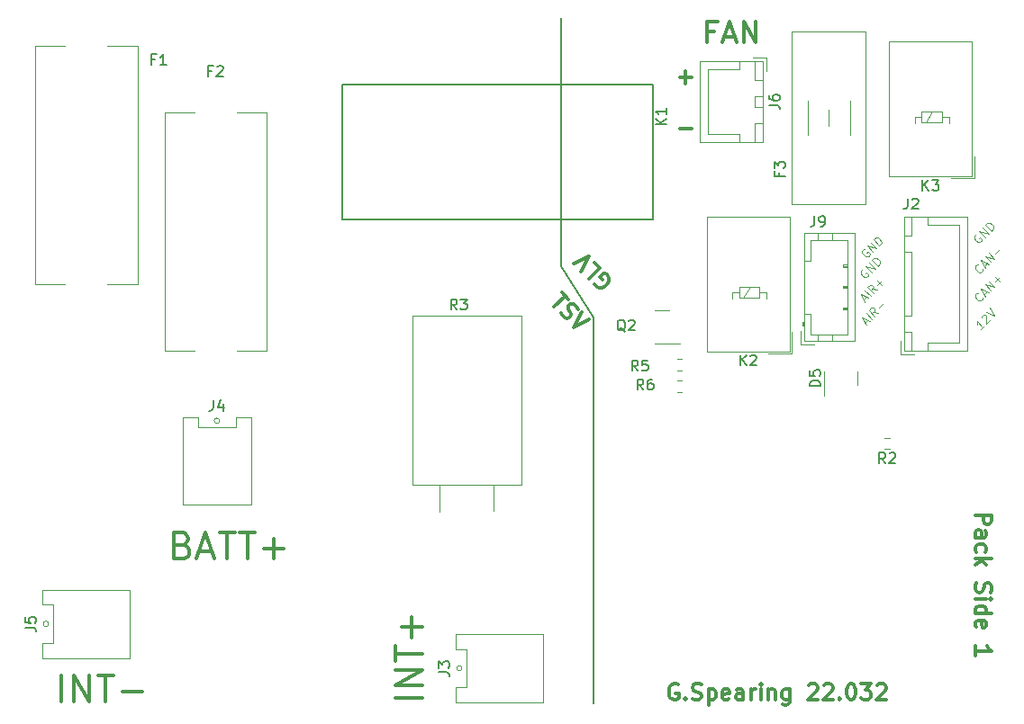
<source format=gbr>
%TF.GenerationSoftware,KiCad,Pcbnew,(6.0.1)*%
%TF.CreationDate,2022-02-14T12:04:18-05:00*%
%TF.ProjectId,pacman,7061636d-616e-42e6-9b69-6361645f7063,rev?*%
%TF.SameCoordinates,Original*%
%TF.FileFunction,Legend,Top*%
%TF.FilePolarity,Positive*%
%FSLAX46Y46*%
G04 Gerber Fmt 4.6, Leading zero omitted, Abs format (unit mm)*
G04 Created by KiCad (PCBNEW (6.0.1)) date 2022-02-14 12:04:18*
%MOMM*%
%LPD*%
G01*
G04 APERTURE LIST*
%ADD10C,0.150000*%
%ADD11C,0.100000*%
%ADD12C,0.300000*%
%ADD13C,0.120000*%
G04 APERTURE END LIST*
D10*
X161544000Y-73152000D02*
X161544000Y-49784000D01*
X164592000Y-77978000D02*
X164592000Y-114300000D01*
X164592000Y-77978000D02*
X161544000Y-73152000D01*
D11*
X201164189Y-76099871D02*
X201164189Y-76153746D01*
X201110314Y-76261496D01*
X201056439Y-76315370D01*
X200948690Y-76369245D01*
X200840940Y-76369245D01*
X200760128Y-76342308D01*
X200625441Y-76261496D01*
X200544629Y-76180683D01*
X200463816Y-76045996D01*
X200436879Y-75965184D01*
X200436879Y-75857435D01*
X200490754Y-75749685D01*
X200544629Y-75695810D01*
X200652378Y-75641935D01*
X200706253Y-75641935D01*
X201271938Y-75776622D02*
X201541312Y-75507248D01*
X201379688Y-75992122D02*
X201002564Y-75237874D01*
X201756812Y-75614998D01*
X201945374Y-75426436D02*
X201379688Y-74860751D01*
X202268622Y-75103187D01*
X201702937Y-74537502D01*
X202322497Y-74618314D02*
X202753496Y-74187316D01*
X202753496Y-74618314D02*
X202322497Y-74187316D01*
X201327719Y-78711091D02*
X201004470Y-79034340D01*
X201166094Y-78872715D02*
X200600409Y-78307030D01*
X200627346Y-78441717D01*
X200627346Y-78549467D01*
X200600409Y-78630279D01*
X201031407Y-77983781D02*
X201031407Y-77929906D01*
X201058345Y-77849094D01*
X201193032Y-77714407D01*
X201273844Y-77687470D01*
X201327719Y-77687470D01*
X201408531Y-77714407D01*
X201462406Y-77768282D01*
X201516280Y-77876032D01*
X201516280Y-78522529D01*
X201866467Y-78172343D01*
X201462406Y-77445033D02*
X202216653Y-77822157D01*
X201839529Y-77067910D01*
X190072877Y-78466683D02*
X190342251Y-78197309D01*
X190180627Y-78682183D02*
X189803503Y-77927935D01*
X190557751Y-78305059D01*
X190746312Y-78116497D02*
X190180627Y-77550812D01*
X191338935Y-77523874D02*
X190881000Y-77443062D01*
X191015687Y-77847123D02*
X190450001Y-77281438D01*
X190665500Y-77065938D01*
X190746312Y-77039001D01*
X190800187Y-77039001D01*
X190881000Y-77065938D01*
X190961812Y-77146751D01*
X190988749Y-77227563D01*
X190988749Y-77281438D01*
X190961812Y-77362250D01*
X190746312Y-77577749D01*
X191365873Y-77065938D02*
X191796871Y-76634940D01*
D12*
X172506857Y-112534000D02*
X172364000Y-112462571D01*
X172149714Y-112462571D01*
X171935428Y-112534000D01*
X171792571Y-112676857D01*
X171721142Y-112819714D01*
X171649714Y-113105428D01*
X171649714Y-113319714D01*
X171721142Y-113605428D01*
X171792571Y-113748285D01*
X171935428Y-113891142D01*
X172149714Y-113962571D01*
X172292571Y-113962571D01*
X172506857Y-113891142D01*
X172578285Y-113819714D01*
X172578285Y-113319714D01*
X172292571Y-113319714D01*
X173221142Y-113819714D02*
X173292571Y-113891142D01*
X173221142Y-113962571D01*
X173149714Y-113891142D01*
X173221142Y-113819714D01*
X173221142Y-113962571D01*
X173864000Y-113891142D02*
X174078285Y-113962571D01*
X174435428Y-113962571D01*
X174578285Y-113891142D01*
X174649714Y-113819714D01*
X174721142Y-113676857D01*
X174721142Y-113534000D01*
X174649714Y-113391142D01*
X174578285Y-113319714D01*
X174435428Y-113248285D01*
X174149714Y-113176857D01*
X174006857Y-113105428D01*
X173935428Y-113034000D01*
X173864000Y-112891142D01*
X173864000Y-112748285D01*
X173935428Y-112605428D01*
X174006857Y-112534000D01*
X174149714Y-112462571D01*
X174506857Y-112462571D01*
X174721142Y-112534000D01*
X175364000Y-112962571D02*
X175364000Y-114462571D01*
X175364000Y-113034000D02*
X175506857Y-112962571D01*
X175792571Y-112962571D01*
X175935428Y-113034000D01*
X176006857Y-113105428D01*
X176078285Y-113248285D01*
X176078285Y-113676857D01*
X176006857Y-113819714D01*
X175935428Y-113891142D01*
X175792571Y-113962571D01*
X175506857Y-113962571D01*
X175364000Y-113891142D01*
X177292571Y-113891142D02*
X177149714Y-113962571D01*
X176864000Y-113962571D01*
X176721142Y-113891142D01*
X176649714Y-113748285D01*
X176649714Y-113176857D01*
X176721142Y-113034000D01*
X176864000Y-112962571D01*
X177149714Y-112962571D01*
X177292571Y-113034000D01*
X177364000Y-113176857D01*
X177364000Y-113319714D01*
X176649714Y-113462571D01*
X178649714Y-113962571D02*
X178649714Y-113176857D01*
X178578285Y-113034000D01*
X178435428Y-112962571D01*
X178149714Y-112962571D01*
X178006857Y-113034000D01*
X178649714Y-113891142D02*
X178506857Y-113962571D01*
X178149714Y-113962571D01*
X178006857Y-113891142D01*
X177935428Y-113748285D01*
X177935428Y-113605428D01*
X178006857Y-113462571D01*
X178149714Y-113391142D01*
X178506857Y-113391142D01*
X178649714Y-113319714D01*
X179364000Y-113962571D02*
X179364000Y-112962571D01*
X179364000Y-113248285D02*
X179435428Y-113105428D01*
X179506857Y-113034000D01*
X179649714Y-112962571D01*
X179792571Y-112962571D01*
X180292571Y-113962571D02*
X180292571Y-112962571D01*
X180292571Y-112462571D02*
X180221142Y-112534000D01*
X180292571Y-112605428D01*
X180364000Y-112534000D01*
X180292571Y-112462571D01*
X180292571Y-112605428D01*
X181006857Y-112962571D02*
X181006857Y-113962571D01*
X181006857Y-113105428D02*
X181078285Y-113034000D01*
X181221142Y-112962571D01*
X181435428Y-112962571D01*
X181578285Y-113034000D01*
X181649714Y-113176857D01*
X181649714Y-113962571D01*
X183006857Y-112962571D02*
X183006857Y-114176857D01*
X182935428Y-114319714D01*
X182864000Y-114391142D01*
X182721142Y-114462571D01*
X182506857Y-114462571D01*
X182364000Y-114391142D01*
X183006857Y-113891142D02*
X182864000Y-113962571D01*
X182578285Y-113962571D01*
X182435428Y-113891142D01*
X182364000Y-113819714D01*
X182292571Y-113676857D01*
X182292571Y-113248285D01*
X182364000Y-113105428D01*
X182435428Y-113034000D01*
X182578285Y-112962571D01*
X182864000Y-112962571D01*
X183006857Y-113034000D01*
X184792571Y-112605428D02*
X184864000Y-112534000D01*
X185006857Y-112462571D01*
X185364000Y-112462571D01*
X185506857Y-112534000D01*
X185578285Y-112605428D01*
X185649714Y-112748285D01*
X185649714Y-112891142D01*
X185578285Y-113105428D01*
X184721142Y-113962571D01*
X185649714Y-113962571D01*
X186221142Y-112605428D02*
X186292571Y-112534000D01*
X186435428Y-112462571D01*
X186792571Y-112462571D01*
X186935428Y-112534000D01*
X187006857Y-112605428D01*
X187078285Y-112748285D01*
X187078285Y-112891142D01*
X187006857Y-113105428D01*
X186149714Y-113962571D01*
X187078285Y-113962571D01*
X187721142Y-113819714D02*
X187792571Y-113891142D01*
X187721142Y-113962571D01*
X187649714Y-113891142D01*
X187721142Y-113819714D01*
X187721142Y-113962571D01*
X188721142Y-112462571D02*
X188864000Y-112462571D01*
X189006857Y-112534000D01*
X189078285Y-112605428D01*
X189149714Y-112748285D01*
X189221142Y-113034000D01*
X189221142Y-113391142D01*
X189149714Y-113676857D01*
X189078285Y-113819714D01*
X189006857Y-113891142D01*
X188864000Y-113962571D01*
X188721142Y-113962571D01*
X188578285Y-113891142D01*
X188506857Y-113819714D01*
X188435428Y-113676857D01*
X188364000Y-113391142D01*
X188364000Y-113034000D01*
X188435428Y-112748285D01*
X188506857Y-112605428D01*
X188578285Y-112534000D01*
X188721142Y-112462571D01*
X189721142Y-112462571D02*
X190649714Y-112462571D01*
X190149714Y-113034000D01*
X190364000Y-113034000D01*
X190506857Y-113105428D01*
X190578285Y-113176857D01*
X190649714Y-113319714D01*
X190649714Y-113676857D01*
X190578285Y-113819714D01*
X190506857Y-113891142D01*
X190364000Y-113962571D01*
X189935428Y-113962571D01*
X189792571Y-113891142D01*
X189721142Y-113819714D01*
X191221142Y-112605428D02*
X191292571Y-112534000D01*
X191435428Y-112462571D01*
X191792571Y-112462571D01*
X191935428Y-112534000D01*
X192006857Y-112605428D01*
X192078285Y-112748285D01*
X192078285Y-112891142D01*
X192006857Y-113105428D01*
X191149714Y-113962571D01*
X192078285Y-113962571D01*
X114554476Y-114160952D02*
X114554476Y-111660952D01*
X115744952Y-114160952D02*
X115744952Y-111660952D01*
X117173523Y-114160952D01*
X117173523Y-111660952D01*
X118006857Y-111660952D02*
X119435428Y-111660952D01*
X118721142Y-114160952D02*
X118721142Y-111660952D01*
X120268761Y-113208571D02*
X122173523Y-113208571D01*
D11*
X189945877Y-76307683D02*
X190215251Y-76038309D01*
X190053627Y-76523183D02*
X189676503Y-75768935D01*
X190430751Y-76146059D01*
X190619312Y-75957497D02*
X190053627Y-75391812D01*
X191211935Y-75364874D02*
X190754000Y-75284062D01*
X190888687Y-75688123D02*
X190323001Y-75122438D01*
X190538500Y-74906938D01*
X190619312Y-74880001D01*
X190673187Y-74880001D01*
X190754000Y-74906938D01*
X190834812Y-74987751D01*
X190861749Y-75068563D01*
X190861749Y-75122438D01*
X190834812Y-75203250D01*
X190619312Y-75418749D01*
X191238873Y-74906938D02*
X191669871Y-74475940D01*
X191669871Y-74906938D02*
X191238873Y-74475940D01*
D12*
X164667761Y-74796421D02*
X164718269Y-74947944D01*
X164869791Y-75099467D01*
X165071822Y-75200482D01*
X165273852Y-75200482D01*
X165425375Y-75149975D01*
X165677913Y-74998452D01*
X165829436Y-74846929D01*
X165980959Y-74594391D01*
X166031467Y-74442868D01*
X166031467Y-74240837D01*
X165930452Y-74038807D01*
X165829436Y-73937791D01*
X165627406Y-73836776D01*
X165526391Y-73836776D01*
X165172837Y-74190330D01*
X165374868Y-74392360D01*
X164667761Y-72776116D02*
X165172837Y-73281192D01*
X164112177Y-74341852D01*
X163405070Y-73634746D02*
X164112177Y-72220532D01*
X162697963Y-72927639D01*
X125956761Y-99389428D02*
X126313904Y-99508476D01*
X126432952Y-99627523D01*
X126552000Y-99865619D01*
X126552000Y-100222761D01*
X126432952Y-100460857D01*
X126313904Y-100579904D01*
X126075809Y-100698952D01*
X125123428Y-100698952D01*
X125123428Y-98198952D01*
X125956761Y-98198952D01*
X126194857Y-98318000D01*
X126313904Y-98437047D01*
X126432952Y-98675142D01*
X126432952Y-98913238D01*
X126313904Y-99151333D01*
X126194857Y-99270380D01*
X125956761Y-99389428D01*
X125123428Y-99389428D01*
X127504380Y-99984666D02*
X128694857Y-99984666D01*
X127266285Y-100698952D02*
X128099619Y-98198952D01*
X128932952Y-100698952D01*
X129409142Y-98198952D02*
X130837714Y-98198952D01*
X130123428Y-100698952D02*
X130123428Y-98198952D01*
X131313904Y-98198952D02*
X132742476Y-98198952D01*
X132028190Y-100698952D02*
X132028190Y-98198952D01*
X133575809Y-99746571D02*
X135480571Y-99746571D01*
X134528190Y-100698952D02*
X134528190Y-98794190D01*
D11*
X189913158Y-73427155D02*
X189832346Y-73454093D01*
X189751534Y-73534905D01*
X189697659Y-73642654D01*
X189697659Y-73750404D01*
X189724597Y-73831216D01*
X189805409Y-73965903D01*
X189886221Y-74046715D01*
X190020908Y-74127528D01*
X190101720Y-74154465D01*
X190209470Y-74154465D01*
X190317219Y-74100590D01*
X190371094Y-74046715D01*
X190424969Y-73938966D01*
X190424969Y-73885091D01*
X190236407Y-73696529D01*
X190128658Y-73804279D01*
X190721280Y-73696529D02*
X190155595Y-73130844D01*
X191044529Y-73373280D01*
X190478844Y-72807595D01*
X191313903Y-73103906D02*
X190748218Y-72538221D01*
X190882905Y-72403534D01*
X190990654Y-72349659D01*
X191098404Y-72349659D01*
X191179216Y-72376597D01*
X191313903Y-72457409D01*
X191394715Y-72538221D01*
X191475528Y-72672908D01*
X191502465Y-72753720D01*
X191502465Y-72861470D01*
X191448590Y-72969219D01*
X191313903Y-73103906D01*
D12*
X148450952Y-113791523D02*
X145950952Y-113791523D01*
X148450952Y-112601047D02*
X145950952Y-112601047D01*
X148450952Y-111172476D01*
X145950952Y-111172476D01*
X145950952Y-110339142D02*
X145950952Y-108910571D01*
X148450952Y-109624857D02*
X145950952Y-109624857D01*
X147498571Y-108077238D02*
X147498571Y-106172476D01*
X148450952Y-107124857D02*
X146546190Y-107124857D01*
X175926952Y-51038142D02*
X175260285Y-51038142D01*
X175260285Y-52085761D02*
X175260285Y-50085761D01*
X176212666Y-50085761D01*
X176879333Y-51514333D02*
X177831714Y-51514333D01*
X176688857Y-52085761D02*
X177355523Y-50085761D01*
X178022190Y-52085761D01*
X178688857Y-52085761D02*
X178688857Y-50085761D01*
X179831714Y-52085761D01*
X179831714Y-50085761D01*
X172656571Y-55350142D02*
X173799428Y-55350142D01*
X173228000Y-55921571D02*
X173228000Y-54778714D01*
X172656571Y-60180142D02*
X173799428Y-60180142D01*
X200489428Y-96552571D02*
X201989428Y-96552571D01*
X201989428Y-97124000D01*
X201918000Y-97266857D01*
X201846571Y-97338285D01*
X201703714Y-97409714D01*
X201489428Y-97409714D01*
X201346571Y-97338285D01*
X201275142Y-97266857D01*
X201203714Y-97124000D01*
X201203714Y-96552571D01*
X200489428Y-98695428D02*
X201275142Y-98695428D01*
X201418000Y-98624000D01*
X201489428Y-98481142D01*
X201489428Y-98195428D01*
X201418000Y-98052571D01*
X200560857Y-98695428D02*
X200489428Y-98552571D01*
X200489428Y-98195428D01*
X200560857Y-98052571D01*
X200703714Y-97981142D01*
X200846571Y-97981142D01*
X200989428Y-98052571D01*
X201060857Y-98195428D01*
X201060857Y-98552571D01*
X201132285Y-98695428D01*
X200560857Y-100052571D02*
X200489428Y-99909714D01*
X200489428Y-99624000D01*
X200560857Y-99481142D01*
X200632285Y-99409714D01*
X200775142Y-99338285D01*
X201203714Y-99338285D01*
X201346571Y-99409714D01*
X201418000Y-99481142D01*
X201489428Y-99624000D01*
X201489428Y-99909714D01*
X201418000Y-100052571D01*
X200489428Y-100695428D02*
X201989428Y-100695428D01*
X201060857Y-100838285D02*
X200489428Y-101266857D01*
X201489428Y-101266857D02*
X200918000Y-100695428D01*
X200560857Y-102981142D02*
X200489428Y-103195428D01*
X200489428Y-103552571D01*
X200560857Y-103695428D01*
X200632285Y-103766857D01*
X200775142Y-103838285D01*
X200918000Y-103838285D01*
X201060857Y-103766857D01*
X201132285Y-103695428D01*
X201203714Y-103552571D01*
X201275142Y-103266857D01*
X201346571Y-103124000D01*
X201418000Y-103052571D01*
X201560857Y-102981142D01*
X201703714Y-102981142D01*
X201846571Y-103052571D01*
X201918000Y-103124000D01*
X201989428Y-103266857D01*
X201989428Y-103624000D01*
X201918000Y-103838285D01*
X200489428Y-104481142D02*
X201489428Y-104481142D01*
X201989428Y-104481142D02*
X201918000Y-104409714D01*
X201846571Y-104481142D01*
X201918000Y-104552571D01*
X201989428Y-104481142D01*
X201846571Y-104481142D01*
X200489428Y-105838285D02*
X201989428Y-105838285D01*
X200560857Y-105838285D02*
X200489428Y-105695428D01*
X200489428Y-105409714D01*
X200560857Y-105266857D01*
X200632285Y-105195428D01*
X200775142Y-105124000D01*
X201203714Y-105124000D01*
X201346571Y-105195428D01*
X201418000Y-105266857D01*
X201489428Y-105409714D01*
X201489428Y-105695428D01*
X201418000Y-105838285D01*
X200560857Y-107124000D02*
X200489428Y-106981142D01*
X200489428Y-106695428D01*
X200560857Y-106552571D01*
X200703714Y-106481142D01*
X201275142Y-106481142D01*
X201418000Y-106552571D01*
X201489428Y-106695428D01*
X201489428Y-106981142D01*
X201418000Y-107124000D01*
X201275142Y-107195428D01*
X201132285Y-107195428D01*
X200989428Y-106481142D01*
X200489428Y-109766857D02*
X200489428Y-108909714D01*
X200489428Y-109338285D02*
X201989428Y-109338285D01*
X201775142Y-109195428D01*
X201632285Y-109052571D01*
X201560857Y-108909714D01*
D11*
X190040158Y-71522155D02*
X189959346Y-71549093D01*
X189878534Y-71629905D01*
X189824659Y-71737654D01*
X189824659Y-71845404D01*
X189851597Y-71926216D01*
X189932409Y-72060903D01*
X190013221Y-72141715D01*
X190147908Y-72222528D01*
X190228720Y-72249465D01*
X190336470Y-72249465D01*
X190444219Y-72195590D01*
X190498094Y-72141715D01*
X190551969Y-72033966D01*
X190551969Y-71980091D01*
X190363407Y-71791529D01*
X190255658Y-71899279D01*
X190848280Y-71791529D02*
X190282595Y-71225844D01*
X191171529Y-71468280D01*
X190605844Y-70902595D01*
X191440903Y-71198906D02*
X190875218Y-70633221D01*
X191009905Y-70498534D01*
X191117654Y-70444659D01*
X191225404Y-70444659D01*
X191306216Y-70471597D01*
X191440903Y-70552409D01*
X191521715Y-70633221D01*
X191602528Y-70767908D01*
X191629465Y-70848720D01*
X191629465Y-70956470D01*
X191575590Y-71064219D01*
X191440903Y-71198906D01*
X200581158Y-70125155D02*
X200500346Y-70152093D01*
X200419534Y-70232905D01*
X200365659Y-70340654D01*
X200365659Y-70448404D01*
X200392597Y-70529216D01*
X200473409Y-70663903D01*
X200554221Y-70744715D01*
X200688908Y-70825528D01*
X200769720Y-70852465D01*
X200877470Y-70852465D01*
X200985219Y-70798590D01*
X201039094Y-70744715D01*
X201092969Y-70636966D01*
X201092969Y-70583091D01*
X200904407Y-70394529D01*
X200796658Y-70502279D01*
X201389280Y-70394529D02*
X200823595Y-69828844D01*
X201712529Y-70071280D01*
X201146844Y-69505595D01*
X201981903Y-69801906D02*
X201416218Y-69236221D01*
X201550905Y-69101534D01*
X201658654Y-69047659D01*
X201766404Y-69047659D01*
X201847216Y-69074597D01*
X201981903Y-69155409D01*
X202062715Y-69236221D01*
X202143528Y-69370908D01*
X202170465Y-69451720D01*
X202170465Y-69559470D01*
X202116590Y-69667219D01*
X201981903Y-69801906D01*
X201164189Y-73432871D02*
X201164189Y-73486746D01*
X201110314Y-73594496D01*
X201056439Y-73648370D01*
X200948690Y-73702245D01*
X200840940Y-73702245D01*
X200760128Y-73675308D01*
X200625441Y-73594496D01*
X200544629Y-73513683D01*
X200463816Y-73378996D01*
X200436879Y-73298184D01*
X200436879Y-73190435D01*
X200490754Y-73082685D01*
X200544629Y-73028810D01*
X200652378Y-72974935D01*
X200706253Y-72974935D01*
X201271938Y-73109622D02*
X201541312Y-72840248D01*
X201379688Y-73325122D02*
X201002564Y-72570874D01*
X201756812Y-72947998D01*
X201945374Y-72759436D02*
X201379688Y-72193751D01*
X202268622Y-72436187D01*
X201702937Y-71870502D01*
X202322497Y-71951314D02*
X202753496Y-71520316D01*
D12*
X161624147Y-75626471D02*
X162230238Y-76232563D01*
X160866532Y-76990177D02*
X161927192Y-75929517D01*
X161523131Y-77545761D02*
X161624147Y-77747791D01*
X161876685Y-78000330D01*
X162028208Y-78050837D01*
X162129223Y-78050837D01*
X162280746Y-78000330D01*
X162381761Y-77899314D01*
X162432269Y-77747791D01*
X162432269Y-77646776D01*
X162381761Y-77495253D01*
X162230238Y-77242715D01*
X162179730Y-77091192D01*
X162179730Y-76990177D01*
X162230238Y-76838654D01*
X162331253Y-76737639D01*
X162482776Y-76687131D01*
X162583791Y-76687131D01*
X162735314Y-76737639D01*
X162987852Y-76990177D01*
X163088868Y-77192208D01*
X163442421Y-77444746D02*
X162735314Y-78858959D01*
X164149528Y-78151852D01*
D10*
%TO.C,F2*%
X128698666Y-54746171D02*
X128365333Y-54746171D01*
X128365333Y-55269980D02*
X128365333Y-54269980D01*
X128841523Y-54269980D01*
X129174857Y-54365219D02*
X129222476Y-54317600D01*
X129317714Y-54269980D01*
X129555809Y-54269980D01*
X129651047Y-54317600D01*
X129698666Y-54365219D01*
X129746285Y-54460457D01*
X129746285Y-54555695D01*
X129698666Y-54698552D01*
X129127238Y-55269980D01*
X129746285Y-55269980D01*
%TO.C,R2*%
X192009733Y-91696780D02*
X191676400Y-91220590D01*
X191438304Y-91696780D02*
X191438304Y-90696780D01*
X191819257Y-90696780D01*
X191914495Y-90744400D01*
X191962114Y-90792019D01*
X192009733Y-90887257D01*
X192009733Y-91030114D01*
X191962114Y-91125352D01*
X191914495Y-91172971D01*
X191819257Y-91220590D01*
X191438304Y-91220590D01*
X192390685Y-90792019D02*
X192438304Y-90744400D01*
X192533542Y-90696780D01*
X192771638Y-90696780D01*
X192866876Y-90744400D01*
X192914495Y-90792019D01*
X192962114Y-90887257D01*
X192962114Y-90982495D01*
X192914495Y-91125352D01*
X192343066Y-91696780D01*
X192962114Y-91696780D01*
%TO.C,J9*%
X185340666Y-68413380D02*
X185340666Y-69127666D01*
X185293047Y-69270523D01*
X185197809Y-69365761D01*
X185054952Y-69413380D01*
X184959714Y-69413380D01*
X185864476Y-69413380D02*
X186054952Y-69413380D01*
X186150190Y-69365761D01*
X186197809Y-69318142D01*
X186293047Y-69175285D01*
X186340666Y-68984809D01*
X186340666Y-68603857D01*
X186293047Y-68508619D01*
X186245428Y-68461000D01*
X186150190Y-68413380D01*
X185959714Y-68413380D01*
X185864476Y-68461000D01*
X185816857Y-68508619D01*
X185769238Y-68603857D01*
X185769238Y-68841952D01*
X185816857Y-68937190D01*
X185864476Y-68984809D01*
X185959714Y-69032428D01*
X186150190Y-69032428D01*
X186245428Y-68984809D01*
X186293047Y-68937190D01*
X186340666Y-68841952D01*
%TO.C,K3*%
X195511404Y-66029880D02*
X195511404Y-65029880D01*
X196082833Y-66029880D02*
X195654261Y-65458452D01*
X196082833Y-65029880D02*
X195511404Y-65601309D01*
X196416166Y-65029880D02*
X197035214Y-65029880D01*
X196701880Y-65410833D01*
X196844738Y-65410833D01*
X196939976Y-65458452D01*
X196987595Y-65506071D01*
X197035214Y-65601309D01*
X197035214Y-65839404D01*
X196987595Y-65934642D01*
X196939976Y-65982261D01*
X196844738Y-66029880D01*
X196559023Y-66029880D01*
X196463785Y-65982261D01*
X196416166Y-65934642D01*
%TO.C,K1*%
X171394380Y-59786095D02*
X170394380Y-59786095D01*
X171394380Y-59214666D02*
X170822952Y-59643238D01*
X170394380Y-59214666D02*
X170965809Y-59786095D01*
X171394380Y-58262285D02*
X171394380Y-58833714D01*
X171394380Y-58548000D02*
X170394380Y-58548000D01*
X170537238Y-58643238D01*
X170632476Y-58738476D01*
X170680095Y-58833714D01*
%TO.C,F3*%
X182046571Y-64341333D02*
X182046571Y-64674666D01*
X182570380Y-64674666D02*
X181570380Y-64674666D01*
X181570380Y-64198476D01*
X181570380Y-63912761D02*
X181570380Y-63293714D01*
X181951333Y-63627047D01*
X181951333Y-63484190D01*
X181998952Y-63388952D01*
X182046571Y-63341333D01*
X182141809Y-63293714D01*
X182379904Y-63293714D01*
X182475142Y-63341333D01*
X182522761Y-63388952D01*
X182570380Y-63484190D01*
X182570380Y-63769904D01*
X182522761Y-63865142D01*
X182475142Y-63912761D01*
%TO.C,J2*%
X194103666Y-66762380D02*
X194103666Y-67476666D01*
X194056047Y-67619523D01*
X193960809Y-67714761D01*
X193817952Y-67762380D01*
X193722714Y-67762380D01*
X194532238Y-66857619D02*
X194579857Y-66810000D01*
X194675095Y-66762380D01*
X194913190Y-66762380D01*
X195008428Y-66810000D01*
X195056047Y-66857619D01*
X195103666Y-66952857D01*
X195103666Y-67048095D01*
X195056047Y-67190952D01*
X194484619Y-67762380D01*
X195103666Y-67762380D01*
%TO.C,J3*%
X150004380Y-111331333D02*
X150718666Y-111331333D01*
X150861523Y-111378952D01*
X150956761Y-111474190D01*
X151004380Y-111617047D01*
X151004380Y-111712285D01*
X150004380Y-110950380D02*
X150004380Y-110331333D01*
X150385333Y-110664666D01*
X150385333Y-110521809D01*
X150432952Y-110426571D01*
X150480571Y-110378952D01*
X150575809Y-110331333D01*
X150813904Y-110331333D01*
X150909142Y-110378952D01*
X150956761Y-110426571D01*
X151004380Y-110521809D01*
X151004380Y-110807523D01*
X150956761Y-110902761D01*
X150909142Y-110950380D01*
%TO.C,Q2*%
X167544761Y-79287619D02*
X167449523Y-79240000D01*
X167354285Y-79144761D01*
X167211428Y-79001904D01*
X167116190Y-78954285D01*
X167020952Y-78954285D01*
X167068571Y-79192380D02*
X166973333Y-79144761D01*
X166878095Y-79049523D01*
X166830476Y-78859047D01*
X166830476Y-78525714D01*
X166878095Y-78335238D01*
X166973333Y-78240000D01*
X167068571Y-78192380D01*
X167259047Y-78192380D01*
X167354285Y-78240000D01*
X167449523Y-78335238D01*
X167497142Y-78525714D01*
X167497142Y-78859047D01*
X167449523Y-79049523D01*
X167354285Y-79144761D01*
X167259047Y-79192380D01*
X167068571Y-79192380D01*
X167878095Y-78287619D02*
X167925714Y-78240000D01*
X168020952Y-78192380D01*
X168259047Y-78192380D01*
X168354285Y-78240000D01*
X168401904Y-78287619D01*
X168449523Y-78382857D01*
X168449523Y-78478095D01*
X168401904Y-78620952D01*
X167830476Y-79192380D01*
X168449523Y-79192380D01*
%TO.C,J6*%
X181056380Y-57971333D02*
X181770666Y-57971333D01*
X181913523Y-58018952D01*
X182008761Y-58114190D01*
X182056380Y-58257047D01*
X182056380Y-58352285D01*
X181056380Y-57066571D02*
X181056380Y-57257047D01*
X181104000Y-57352285D01*
X181151619Y-57399904D01*
X181294476Y-57495142D01*
X181484952Y-57542761D01*
X181865904Y-57542761D01*
X181961142Y-57495142D01*
X182008761Y-57447523D01*
X182056380Y-57352285D01*
X182056380Y-57161809D01*
X182008761Y-57066571D01*
X181961142Y-57018952D01*
X181865904Y-56971333D01*
X181627809Y-56971333D01*
X181532571Y-57018952D01*
X181484952Y-57066571D01*
X181437333Y-57161809D01*
X181437333Y-57352285D01*
X181484952Y-57447523D01*
X181532571Y-57495142D01*
X181627809Y-57542761D01*
%TO.C,F1*%
X123364666Y-53649571D02*
X123031333Y-53649571D01*
X123031333Y-54173380D02*
X123031333Y-53173380D01*
X123507523Y-53173380D01*
X124412285Y-54173380D02*
X123840857Y-54173380D01*
X124126571Y-54173380D02*
X124126571Y-53173380D01*
X124031333Y-53316238D01*
X123936095Y-53411476D01*
X123840857Y-53459095D01*
%TO.C,R5*%
X168743333Y-83002380D02*
X168410000Y-82526190D01*
X168171904Y-83002380D02*
X168171904Y-82002380D01*
X168552857Y-82002380D01*
X168648095Y-82050000D01*
X168695714Y-82097619D01*
X168743333Y-82192857D01*
X168743333Y-82335714D01*
X168695714Y-82430952D01*
X168648095Y-82478571D01*
X168552857Y-82526190D01*
X168171904Y-82526190D01*
X169648095Y-82002380D02*
X169171904Y-82002380D01*
X169124285Y-82478571D01*
X169171904Y-82430952D01*
X169267142Y-82383333D01*
X169505238Y-82383333D01*
X169600476Y-82430952D01*
X169648095Y-82478571D01*
X169695714Y-82573809D01*
X169695714Y-82811904D01*
X169648095Y-82907142D01*
X169600476Y-82954761D01*
X169505238Y-83002380D01*
X169267142Y-83002380D01*
X169171904Y-82954761D01*
X169124285Y-82907142D01*
%TO.C,R3*%
X151725333Y-77240380D02*
X151392000Y-76764190D01*
X151153904Y-77240380D02*
X151153904Y-76240380D01*
X151534857Y-76240380D01*
X151630095Y-76288000D01*
X151677714Y-76335619D01*
X151725333Y-76430857D01*
X151725333Y-76573714D01*
X151677714Y-76668952D01*
X151630095Y-76716571D01*
X151534857Y-76764190D01*
X151153904Y-76764190D01*
X152058666Y-76240380D02*
X152677714Y-76240380D01*
X152344380Y-76621333D01*
X152487238Y-76621333D01*
X152582476Y-76668952D01*
X152630095Y-76716571D01*
X152677714Y-76811809D01*
X152677714Y-77049904D01*
X152630095Y-77145142D01*
X152582476Y-77192761D01*
X152487238Y-77240380D01*
X152201523Y-77240380D01*
X152106285Y-77192761D01*
X152058666Y-77145142D01*
%TO.C,J4*%
X128825666Y-85742380D02*
X128825666Y-86456666D01*
X128778047Y-86599523D01*
X128682809Y-86694761D01*
X128539952Y-86742380D01*
X128444714Y-86742380D01*
X129730428Y-86075714D02*
X129730428Y-86742380D01*
X129492333Y-85694761D02*
X129254238Y-86409047D01*
X129873285Y-86409047D01*
%TO.C,D5*%
X185885380Y-84431095D02*
X184885380Y-84431095D01*
X184885380Y-84193000D01*
X184933000Y-84050142D01*
X185028238Y-83954904D01*
X185123476Y-83907285D01*
X185313952Y-83859666D01*
X185456809Y-83859666D01*
X185647285Y-83907285D01*
X185742523Y-83954904D01*
X185837761Y-84050142D01*
X185885380Y-84193000D01*
X185885380Y-84431095D01*
X184885380Y-82954904D02*
X184885380Y-83431095D01*
X185361571Y-83478714D01*
X185313952Y-83431095D01*
X185266333Y-83335857D01*
X185266333Y-83097761D01*
X185313952Y-83002523D01*
X185361571Y-82954904D01*
X185456809Y-82907285D01*
X185694904Y-82907285D01*
X185790142Y-82954904D01*
X185837761Y-83002523D01*
X185885380Y-83097761D01*
X185885380Y-83335857D01*
X185837761Y-83431095D01*
X185790142Y-83478714D01*
%TO.C,J5*%
X111142380Y-107140333D02*
X111856666Y-107140333D01*
X111999523Y-107187952D01*
X112094761Y-107283190D01*
X112142380Y-107426047D01*
X112142380Y-107521285D01*
X111142380Y-106187952D02*
X111142380Y-106664142D01*
X111618571Y-106711761D01*
X111570952Y-106664142D01*
X111523333Y-106568904D01*
X111523333Y-106330809D01*
X111570952Y-106235571D01*
X111618571Y-106187952D01*
X111713809Y-106140333D01*
X111951904Y-106140333D01*
X112047142Y-106187952D01*
X112094761Y-106235571D01*
X112142380Y-106330809D01*
X112142380Y-106568904D01*
X112094761Y-106664142D01*
X112047142Y-106711761D01*
%TO.C,R6*%
X169251333Y-84780380D02*
X168918000Y-84304190D01*
X168679904Y-84780380D02*
X168679904Y-83780380D01*
X169060857Y-83780380D01*
X169156095Y-83828000D01*
X169203714Y-83875619D01*
X169251333Y-83970857D01*
X169251333Y-84113714D01*
X169203714Y-84208952D01*
X169156095Y-84256571D01*
X169060857Y-84304190D01*
X168679904Y-84304190D01*
X170108476Y-83780380D02*
X169918000Y-83780380D01*
X169822761Y-83828000D01*
X169775142Y-83875619D01*
X169679904Y-84018476D01*
X169632285Y-84208952D01*
X169632285Y-84589904D01*
X169679904Y-84685142D01*
X169727523Y-84732761D01*
X169822761Y-84780380D01*
X170013238Y-84780380D01*
X170108476Y-84732761D01*
X170156095Y-84685142D01*
X170203714Y-84589904D01*
X170203714Y-84351809D01*
X170156095Y-84256571D01*
X170108476Y-84208952D01*
X170013238Y-84161333D01*
X169822761Y-84161333D01*
X169727523Y-84208952D01*
X169679904Y-84256571D01*
X169632285Y-84351809D01*
%TO.C,K2*%
X178371904Y-82494380D02*
X178371904Y-81494380D01*
X178943333Y-82494380D02*
X178514761Y-81922952D01*
X178943333Y-81494380D02*
X178371904Y-82065809D01*
X179324285Y-81589619D02*
X179371904Y-81542000D01*
X179467142Y-81494380D01*
X179705238Y-81494380D01*
X179800476Y-81542000D01*
X179848095Y-81589619D01*
X179895714Y-81684857D01*
X179895714Y-81780095D01*
X179848095Y-81922952D01*
X179276666Y-82494380D01*
X179895714Y-82494380D01*
D13*
%TO.C,F2*%
X131032000Y-58627600D02*
X133832000Y-58627600D01*
X124232000Y-81127600D02*
X127032000Y-81127600D01*
X124232000Y-58627600D02*
X127032000Y-58627600D01*
X131032000Y-81127600D02*
X133832000Y-81127600D01*
X133832000Y-58627600D02*
X133832000Y-81127600D01*
X124232000Y-58627600D02*
X124232000Y-81127600D01*
%TO.C,R2*%
X192431124Y-90336900D02*
X191921676Y-90336900D01*
X192431124Y-89291900D02*
X191921676Y-89291900D01*
%TO.C,J9*%
X184072000Y-80465000D02*
X185322000Y-80465000D01*
X186982000Y-70045000D02*
X186982000Y-70655000D01*
X184372000Y-77605000D02*
X184982000Y-77605000D01*
X188482000Y-75205000D02*
X187982000Y-75205000D01*
X184372000Y-78405000D02*
X184172000Y-78405000D01*
X188482000Y-77205000D02*
X187982000Y-77205000D01*
X185682000Y-70045000D02*
X185682000Y-70655000D01*
X185682000Y-80165000D02*
X185682000Y-79555000D01*
X184272000Y-78405000D02*
X184272000Y-78705000D01*
X188482000Y-73105000D02*
X187982000Y-73105000D01*
X184172000Y-78405000D02*
X184172000Y-78705000D01*
X184372000Y-80165000D02*
X189092000Y-80165000D01*
X188482000Y-77105000D02*
X187982000Y-77105000D01*
X188482000Y-75105000D02*
X187982000Y-75105000D01*
X188482000Y-79555000D02*
X188482000Y-70655000D01*
X184172000Y-78705000D02*
X184372000Y-78705000D01*
X187982000Y-73205000D02*
X187982000Y-73005000D01*
X184982000Y-70655000D02*
X184982000Y-72605000D01*
X188482000Y-70655000D02*
X184982000Y-70655000D01*
X184372000Y-70045000D02*
X184372000Y-80165000D01*
X184982000Y-79555000D02*
X188482000Y-79555000D01*
X189092000Y-80165000D02*
X189092000Y-70045000D01*
X187982000Y-75005000D02*
X188482000Y-75005000D01*
X186982000Y-80165000D02*
X186982000Y-79555000D01*
X189092000Y-70045000D02*
X184372000Y-70045000D01*
X184982000Y-72605000D02*
X184372000Y-72605000D01*
X188482000Y-73205000D02*
X187982000Y-73205000D01*
X187982000Y-73005000D02*
X188482000Y-73005000D01*
X187982000Y-77205000D02*
X187982000Y-77005000D01*
X184982000Y-77605000D02*
X184982000Y-79555000D01*
X184072000Y-79215000D02*
X184072000Y-80465000D01*
X187982000Y-75205000D02*
X187982000Y-75005000D01*
X187982000Y-77005000D02*
X188482000Y-77005000D01*
%TO.C,K3*%
X195422500Y-59567500D02*
X197327500Y-59567500D01*
X197987500Y-59694500D02*
X197987500Y-59059500D01*
X192349500Y-51977500D02*
X200149500Y-51977500D01*
X197327500Y-58551500D02*
X195422500Y-58551500D01*
X200149500Y-64677500D02*
X192349500Y-64677500D01*
X194787500Y-59059500D02*
X195422500Y-59059500D01*
X197327500Y-59567500D02*
X197327500Y-58551500D01*
X195803500Y-59567500D02*
X196438500Y-58551500D01*
X200349500Y-62777500D02*
X200349500Y-64877500D01*
X194787500Y-59694500D02*
X194787500Y-59059500D01*
X192349500Y-64677500D02*
X192349500Y-51977500D01*
X197987500Y-59059500D02*
X197327500Y-59059500D01*
X200149500Y-51977500D02*
X200149500Y-64677500D01*
X195422500Y-59567500D02*
X195422500Y-58551500D01*
X200349500Y-64877500D02*
X198149500Y-64877500D01*
D10*
%TO.C,K1*%
X170180000Y-68700000D02*
X140970000Y-68700000D01*
X140970000Y-68700000D02*
X140970000Y-56000000D01*
X170180000Y-56000000D02*
X170180000Y-68700000D01*
X140970000Y-56000000D02*
X170180000Y-56000000D01*
D13*
%TO.C,F3*%
X188690000Y-57582000D02*
X188690000Y-60782000D01*
X183220000Y-51082000D02*
X183220000Y-67282000D01*
X184690000Y-60782000D02*
X184690000Y-57582000D01*
X190160000Y-67282000D02*
X190160000Y-51082000D01*
X186690000Y-59932000D02*
X186690000Y-58432000D01*
X183220000Y-67282000D02*
X190160000Y-67282000D01*
X190160000Y-51082000D02*
X183220000Y-51082000D01*
%TO.C,J2*%
X193448000Y-80153000D02*
X193448000Y-81403000D01*
X193448000Y-81403000D02*
X194698000Y-81403000D01*
X193748000Y-71803000D02*
X193748000Y-77803000D01*
X193748000Y-77803000D02*
X194498000Y-77803000D01*
X194498000Y-77803000D02*
X194498000Y-71803000D01*
X195998000Y-80353000D02*
X198948000Y-80353000D01*
X198948000Y-80353000D02*
X198948000Y-74803000D01*
X193748000Y-70303000D02*
X194498000Y-70303000D01*
X194498000Y-79303000D02*
X193748000Y-79303000D01*
X194498000Y-70303000D02*
X194498000Y-68503000D01*
X194498000Y-71803000D02*
X193748000Y-71803000D01*
X193748000Y-79303000D02*
X193748000Y-81103000D01*
X195998000Y-69253000D02*
X198948000Y-69253000D01*
X193738000Y-81113000D02*
X199708000Y-81113000D01*
X198948000Y-69253000D02*
X198948000Y-74803000D01*
X199708000Y-68493000D02*
X193738000Y-68493000D01*
X195998000Y-81103000D02*
X195998000Y-80353000D01*
X193748000Y-68503000D02*
X193748000Y-70303000D01*
X193738000Y-68493000D02*
X193738000Y-81113000D01*
X194498000Y-68503000D02*
X193748000Y-68503000D01*
X193748000Y-81103000D02*
X194498000Y-81103000D01*
X194498000Y-81103000D02*
X194498000Y-79303000D01*
X199708000Y-81113000D02*
X199708000Y-68493000D01*
X195998000Y-68503000D02*
X195998000Y-69253000D01*
%TO.C,J3*%
X159862000Y-110998000D02*
X159862000Y-107788000D01*
X159862000Y-107788000D02*
X151642000Y-107788000D01*
X151642000Y-109208000D02*
X152592000Y-109208000D01*
X151642000Y-107788000D02*
X151642000Y-109208000D01*
X152592000Y-109208000D02*
X152592000Y-110998000D01*
X151642000Y-114208000D02*
X151642000Y-112788000D01*
X159862000Y-110998000D02*
X159862000Y-114208000D01*
X152592000Y-112788000D02*
X152592000Y-110998000D01*
X151642000Y-112788000D02*
X152592000Y-112788000D01*
X159862000Y-114208000D02*
X151642000Y-114208000D01*
X152202000Y-110998000D02*
G75*
G03*
X152202000Y-110998000I-250000J0D01*
G01*
%TO.C,Q2*%
X170990500Y-80427000D02*
X172665500Y-80427000D01*
X170990500Y-80427000D02*
X170340500Y-80427000D01*
X170990500Y-77307000D02*
X171640500Y-77307000D01*
X170990500Y-77307000D02*
X170340500Y-77307000D01*
%TO.C,J6*%
X179754000Y-53838000D02*
X179754000Y-55638000D01*
X180504000Y-55638000D02*
X180504000Y-53838000D01*
X180514000Y-61448000D02*
X180514000Y-53828000D01*
X179754000Y-55638000D02*
X180504000Y-55638000D01*
X175304000Y-54588000D02*
X175304000Y-57638000D01*
X180804000Y-54788000D02*
X180804000Y-53538000D01*
X180504000Y-57138000D02*
X179754000Y-57138000D01*
X174544000Y-61448000D02*
X180514000Y-61448000D01*
X179754000Y-61438000D02*
X180504000Y-61438000D01*
X179754000Y-58138000D02*
X180504000Y-58138000D01*
X180504000Y-58138000D02*
X180504000Y-57138000D01*
X175304000Y-60688000D02*
X175304000Y-57638000D01*
X180504000Y-53838000D02*
X179754000Y-53838000D01*
X179754000Y-57138000D02*
X179754000Y-58138000D01*
X178254000Y-61438000D02*
X178254000Y-60688000D01*
X180504000Y-61438000D02*
X180504000Y-59638000D01*
X174544000Y-53828000D02*
X174544000Y-61448000D01*
X180514000Y-53828000D02*
X174544000Y-53828000D01*
X180504000Y-59638000D02*
X179754000Y-59638000D01*
X179754000Y-59638000D02*
X179754000Y-61438000D01*
X180804000Y-53538000D02*
X179554000Y-53538000D01*
X178254000Y-53838000D02*
X178254000Y-54588000D01*
X178254000Y-60688000D02*
X175304000Y-60688000D01*
X178254000Y-54588000D02*
X175304000Y-54588000D01*
%TO.C,F1*%
X118890800Y-74874800D02*
X121690800Y-74874800D01*
X118890800Y-52374800D02*
X121690800Y-52374800D01*
X121690800Y-52374800D02*
X121690800Y-74874800D01*
X112090800Y-52374800D02*
X114890800Y-52374800D01*
X112090800Y-52374800D02*
X112090800Y-74874800D01*
X112090800Y-74874800D02*
X114890800Y-74874800D01*
%TO.C,R5*%
X172418742Y-81900500D02*
X172893258Y-81900500D01*
X172418742Y-82945500D02*
X172893258Y-82945500D01*
%TO.C,R3*%
X150114000Y-93678000D02*
X150114000Y-96218000D01*
X155194000Y-93678000D02*
X155194000Y-96203000D01*
X147534000Y-77788000D02*
X157774000Y-77788000D01*
X147534000Y-93678000D02*
X157774000Y-93678000D01*
X157774000Y-77788000D02*
X157774000Y-93678000D01*
X147534000Y-77788000D02*
X147534000Y-93678000D01*
%TO.C,J4*%
X129159000Y-95600000D02*
X132369000Y-95600000D01*
X127369000Y-88330000D02*
X129159000Y-88330000D01*
X129159000Y-95600000D02*
X125949000Y-95600000D01*
X132369000Y-87380000D02*
X130949000Y-87380000D01*
X127369000Y-87380000D02*
X127369000Y-88330000D01*
X130949000Y-87380000D02*
X130949000Y-88330000D01*
X130949000Y-88330000D02*
X129159000Y-88330000D01*
X132369000Y-95600000D02*
X132369000Y-87380000D01*
X125949000Y-87380000D02*
X127369000Y-87380000D01*
X125949000Y-95600000D02*
X125949000Y-87380000D01*
X129409000Y-87690000D02*
G75*
G03*
X129409000Y-87690000I-250000J0D01*
G01*
%TO.C,D5*%
X186273000Y-83693000D02*
X186273000Y-85368000D01*
X189393000Y-83693000D02*
X189393000Y-83043000D01*
X186273000Y-83693000D02*
X186273000Y-83043000D01*
X189393000Y-83693000D02*
X189393000Y-84343000D01*
%TO.C,J5*%
X112780000Y-108597000D02*
X113730000Y-108597000D01*
X112780000Y-105017000D02*
X113730000Y-105017000D01*
X112780000Y-103597000D02*
X112780000Y-105017000D01*
X121000000Y-110017000D02*
X112780000Y-110017000D01*
X112780000Y-110017000D02*
X112780000Y-108597000D01*
X121000000Y-106807000D02*
X121000000Y-103597000D01*
X121000000Y-106807000D02*
X121000000Y-110017000D01*
X113730000Y-108597000D02*
X113730000Y-106807000D01*
X113730000Y-105017000D02*
X113730000Y-106807000D01*
X121000000Y-103597000D02*
X112780000Y-103597000D01*
X113340000Y-106807000D02*
G75*
G03*
X113340000Y-106807000I-250000J0D01*
G01*
%TO.C,R6*%
X172418742Y-83932500D02*
X172893258Y-83932500D01*
X172418742Y-84977500D02*
X172893258Y-84977500D01*
%TO.C,K2*%
X183210000Y-81383000D02*
X181010000Y-81383000D01*
X180848000Y-76200000D02*
X180848000Y-75565000D01*
X177648000Y-76200000D02*
X177648000Y-75565000D01*
X183010000Y-81183000D02*
X175210000Y-81183000D01*
X180188000Y-75057000D02*
X178283000Y-75057000D01*
X175210000Y-68483000D02*
X183010000Y-68483000D01*
X178283000Y-76073000D02*
X180188000Y-76073000D01*
X175210000Y-81183000D02*
X175210000Y-68483000D01*
X183210000Y-79283000D02*
X183210000Y-81383000D01*
X178664000Y-76073000D02*
X179299000Y-75057000D01*
X180188000Y-76073000D02*
X180188000Y-75057000D01*
X180848000Y-75565000D02*
X180188000Y-75565000D01*
X178283000Y-76073000D02*
X178283000Y-75057000D01*
X183010000Y-68483000D02*
X183010000Y-81183000D01*
X177648000Y-75565000D02*
X178283000Y-75565000D01*
%TD*%
M02*

</source>
